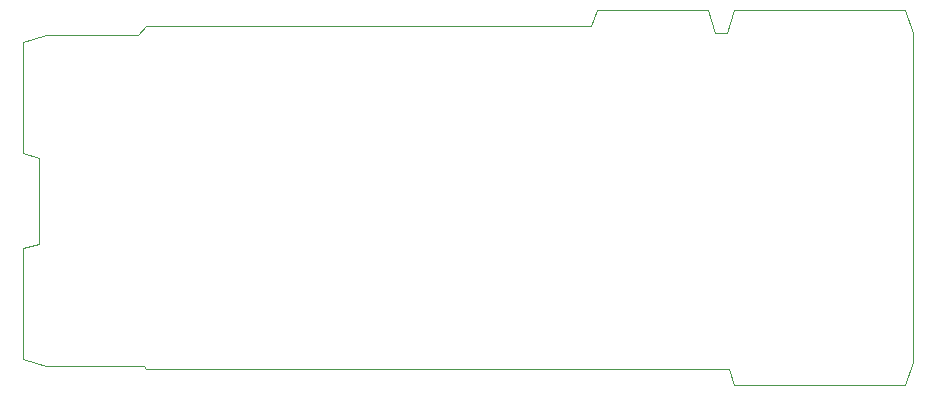
<source format=gm1>
G04 #@! TF.GenerationSoftware,KiCad,Pcbnew,6.0.9-8da3e8f707~116~ubuntu20.04.1*
G04 #@! TF.CreationDate,2023-03-26T14:48:38+00:00*
G04 #@! TF.ProjectId,LEC000042,4c454330-3030-4303-9432-2e6b69636164,rev?*
G04 #@! TF.SameCoordinates,Original*
G04 #@! TF.FileFunction,Profile,NP*
%FSLAX46Y46*%
G04 Gerber Fmt 4.6, Leading zero omitted, Abs format (unit mm)*
G04 Created by KiCad (PCBNEW 6.0.9-8da3e8f707~116~ubuntu20.04.1) date 2023-03-26 14:48:38*
%MOMM*%
%LPD*%
G01*
G04 APERTURE LIST*
G04 #@! TA.AperFunction,Profile*
%ADD10C,0.050000*%
G04 #@! TD*
G04 APERTURE END LIST*
D10*
X3600000Y20800000D02*
X5000000Y20350000D01*
X3600000Y30200000D02*
X3600000Y20800000D01*
X5600000Y30800000D02*
X3600000Y30200000D01*
X63200000Y30900000D02*
X63850000Y32900000D01*
X61600000Y32900000D02*
X62200000Y30900000D01*
X51750000Y31500000D02*
X14050000Y31500000D01*
X79000000Y3100000D02*
X79000000Y30900000D01*
X52200000Y32900000D02*
X61600000Y32900000D01*
X51750000Y31500000D02*
X52200000Y32900000D01*
X3600000Y12700000D02*
X5000000Y13100000D01*
X3600000Y3300000D02*
X3600000Y12700000D01*
X5600000Y2700000D02*
X3600000Y3300000D01*
X5000000Y20350000D02*
X5000000Y13100000D01*
X63850000Y32900000D02*
X78350000Y32900000D01*
X14050000Y2500000D02*
X63400000Y2500000D01*
X63200000Y30900000D02*
X62200000Y30900000D01*
X63850000Y1100000D02*
X78350000Y1100000D01*
X63850000Y1100000D02*
X63400000Y2500000D01*
X13350000Y30800000D02*
X5600000Y30800000D01*
X13850000Y2700000D02*
X5600000Y2700000D01*
X14050000Y31500000D02*
X13350000Y30800000D01*
X79000000Y30900000D02*
X78350000Y32900000D01*
X78350000Y1100000D02*
X79000000Y3100000D01*
X14050000Y2500000D02*
X13850000Y2700000D01*
M02*

</source>
